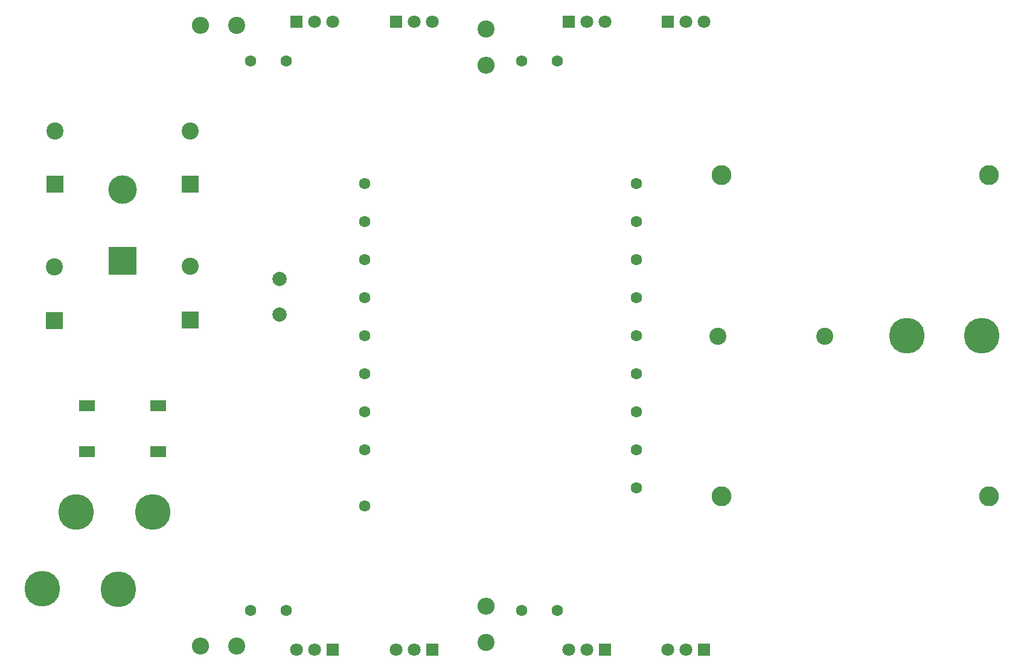
<source format=gbr>
G04 #@! TF.GenerationSoftware,KiCad,Pcbnew,(5.1.2)-1*
G04 #@! TF.CreationDate,2019-07-12T20:41:11-07:00*
G04 #@! TF.ProjectId,1000WConverter_r1_pwr,31303030-5743-46f6-9e76-65727465725f,rev?*
G04 #@! TF.SameCoordinates,Original*
G04 #@! TF.FileFunction,Soldermask,Bot*
G04 #@! TF.FilePolarity,Negative*
%FSLAX46Y46*%
G04 Gerber Fmt 4.6, Leading zero omitted, Abs format (unit mm)*
G04 Created by KiCad (PCBNEW (5.1.2)-1) date 2019-07-12 20:41:11*
%MOMM*%
%LPD*%
G04 APERTURE LIST*
%ADD10R,2.400000X2.400000*%
%ADD11C,2.400000*%
%ADD12O,2.400000X2.400000*%
%ADD13C,1.600000*%
%ADD14C,1.800000*%
%ADD15R,1.800000X1.800000*%
%ADD16C,2.000000*%
%ADD17C,2.800000*%
%ADD18C,5.000000*%
%ADD19R,2.200000X1.500000*%
%ADD20C,4.000000*%
%ADD21R,4.000000X4.000000*%
G04 APERTURE END LIST*
D10*
X-43500000Y21250000D03*
D11*
X-43500000Y28750000D03*
X-62500000Y28750000D03*
D10*
X-62500000Y21250000D03*
X-43500000Y2250000D03*
D11*
X-43500000Y9750000D03*
X-62522499Y9625002D03*
D10*
X-62522499Y2125002D03*
D12*
X-2000000Y-37920000D03*
D11*
X-2000000Y-43000000D03*
X-2000000Y43000000D03*
D12*
X-2000000Y37920000D03*
D13*
X-19050000Y-23860000D03*
X19050000Y-21320000D03*
X19050000Y21320000D03*
X19050000Y15990000D03*
X19050000Y10660000D03*
X19050000Y5330000D03*
X19050000Y-15990000D03*
X19050000Y-10660000D03*
X19050000Y-5330000D03*
X19050000Y0D03*
X-19050000Y0D03*
X-19050000Y-5330000D03*
X-19050000Y-10660000D03*
X-19050000Y-15990000D03*
X-19050000Y5330000D03*
X-19050000Y10660000D03*
X-19050000Y15990000D03*
X-19050000Y21320000D03*
D14*
X28540000Y44000000D03*
D15*
X23460000Y44000000D03*
D14*
X26000000Y44000000D03*
X12100000Y44000000D03*
D15*
X9560000Y44000000D03*
D14*
X14640000Y44000000D03*
X9560000Y-44000000D03*
D15*
X14640000Y-44000000D03*
D14*
X12100000Y-44000000D03*
X26000000Y-44000000D03*
D15*
X28540000Y-44000000D03*
D14*
X23460000Y-44000000D03*
X-9510000Y44000000D03*
D15*
X-14590000Y44000000D03*
D14*
X-12050000Y44000000D03*
X-26050000Y44000000D03*
D15*
X-28590000Y44000000D03*
D14*
X-23510000Y44000000D03*
D16*
X-31000000Y3000000D03*
X-31000000Y8000000D03*
D11*
X45500000Y-50000D03*
X30500000Y-50000D03*
D17*
X31000000Y-22500000D03*
X68500000Y-22500000D03*
X31000000Y22500000D03*
X68500000Y22500000D03*
D18*
X57000000Y0D03*
X67500000Y0D03*
D19*
X-58000000Y-16200000D03*
X-58000000Y-9800000D03*
D20*
X-53000000Y20500000D03*
D21*
X-53000000Y10500000D03*
D14*
X-14590000Y-44000000D03*
D15*
X-9510000Y-44000000D03*
D14*
X-12050000Y-44000000D03*
X-26050000Y-44000000D03*
D15*
X-23510000Y-44000000D03*
D14*
X-28590000Y-44000000D03*
D19*
X-48000000Y-9800000D03*
X-48000000Y-16200000D03*
D13*
X-30000000Y38500000D03*
X-35000000Y38500000D03*
X-35000000Y-38500000D03*
X-30000000Y-38500000D03*
X8000000Y38500000D03*
X3000000Y38500000D03*
X3000000Y-38500000D03*
X8000000Y-38500000D03*
D12*
X-42080000Y-43500000D03*
D11*
X-37000000Y-43500000D03*
D12*
X-42080000Y43500000D03*
D11*
X-37000000Y43500000D03*
D18*
X-64250000Y-35500000D03*
X-59500000Y-24750000D03*
X-53569998Y-35587499D03*
X-48750000Y-24750000D03*
M02*

</source>
